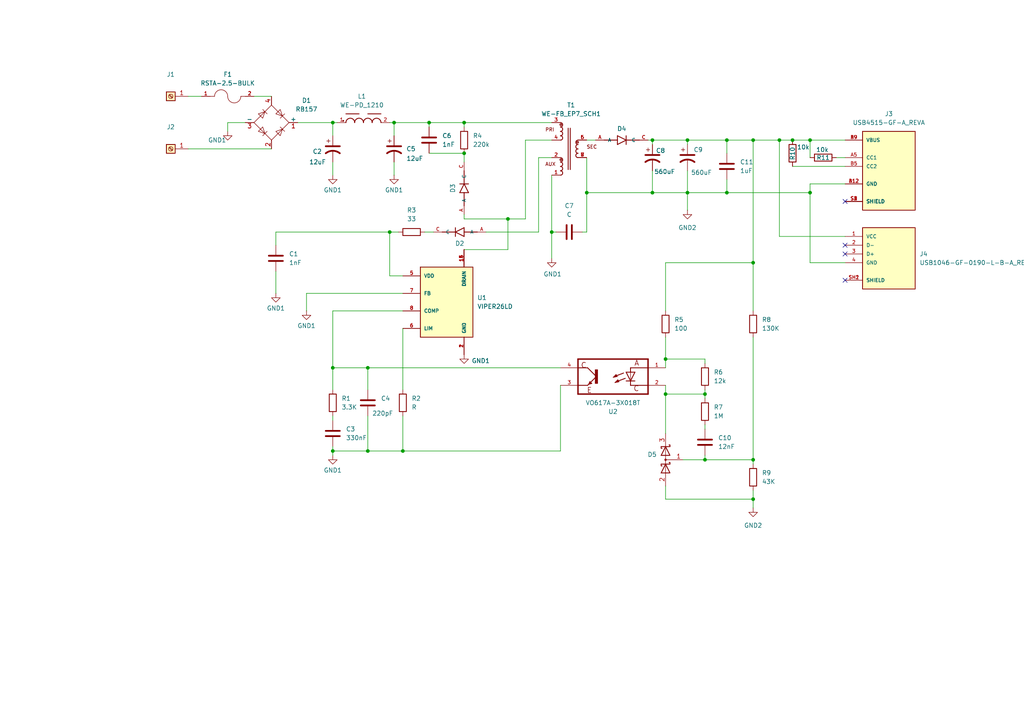
<source format=kicad_sch>
(kicad_sch (version 20250114) (generator "eeschema") (generator_version "9.0")
  (paper "A4")
  (lib_symbols
    (symbol "1N4148WSQ-7-F:1N4148WSQ-7-F" (pin_names (offset 1.016))
      (property "Reference" "D" (at -3.558 1.9061 0))
      (property "Value" "1N4148WSQ-7-F" (at -3.5656 -3.4383 0))
      (symbol "1N4148WSQ-7-F_0_0"
        (polyline (pts (xy -5.08 0) (xy -1.27 0)) (stroke (width 0.254)))
        (polyline (pts (xy -1.27 1.27) (xy -1.27 0)) (stroke (width 0.254)))
        (polyline (pts (xy -1.27 0) (xy -1.27 -1.27)) (stroke (width 0.254)))
        (polyline (pts (xy -1.27 -1.27) (xy 1.27 0)) (stroke (width 0.254)))
        (polyline (pts (xy 1.27 1.27) (xy 1.27 0)) (stroke (width 0.254)))
        (polyline (pts (xy 1.27 0) (xy -1.27 1.27)) (stroke (width 0.254)))
        (polyline (pts (xy 1.27 0) (xy 1.27 -1.27)) (stroke (width 0.254)))
        (polyline (pts (xy 1.27 0) (xy 5.08 0)) (stroke (width 0.254)))
        (pin passive line (at -7.62 0 0) (length 2.54) (name "A") (number "A"))
        (pin passive line (at 7.62 0 180) (length 2.54) (name "C") (number "C"))
      )
    )
    (symbol "Connector:Screw_Terminal_01x01" (pin_names (offset 1.016) (hide yes))
      (property "Reference" "J" (at 0 2.54 0))
      (property "Value" "Screw_Terminal_01x01" (at 0 -2.54 0))
      (symbol "Screw_Terminal_01x01_1_1"
        (rectangle (start -1.27 1.27) (end 1.27 -1.27) (stroke (width 0.254)) (fill (type background)))
        (polyline (pts (xy -0.5334 0.3302) (xy 0.3302 -0.508)) (stroke (width 0.1524)))
        (polyline (pts (xy -0.3556 0.508) (xy 0.508 -0.3302)) (stroke (width 0.1524)))
        (circle (center 0 0) (radius 0.635) (stroke (width 0.1524)))
        (pin passive line (at -5.08 0 0) (length 3.81) (name "Pin_1") (number "1"))
      )
    )
    (symbol "Device:C" (pin_numbers (hide yes)) (pin_names (offset 0.254))
      (property "Reference" "C" (at 0.635 2.54 0))
      (property "Value" "C" (at 0.635 -2.54 0))
      (symbol "C_0_1"
        (polyline (pts (xy -2.032 0.762) (xy 2.032 0.762)) (stroke (width 0.508)))
        (polyline (pts (xy -2.032 -0.762) (xy 2.032 -0.762)) (stroke (width 0.508)))
      )
      (symbol "C_1_1"
        (pin passive line (at 0 3.81 270) (length 2.794) (name "~") (number "1"))
        (pin passive line (at 0 -3.81 90) (length 2.794) (name "~") (number "2"))
      )
    )
    (symbol "Device:C_Polarized_US" (pin_numbers (hide yes)) (pin_names (offset 0.254) (hide yes))
      (property "Reference" "C" (at 0.635 2.54 0))
      (property "Value" "C_Polarized_US" (at 0.635 -2.54 0))
      (symbol "C_Polarized_US_0_1"
        (polyline (pts (xy -2.032 0.762) (xy 2.032 0.762)) (stroke (width 0.508)))
        (polyline (pts (xy -1.778 2.286) (xy -0.762 2.286)))
        (polyline (pts (xy -1.27 1.778) (xy -1.27 2.794)))
        (arc (start -2.032 -1.27) (mid 0 -0.5572) (end 2.032 -1.27) (stroke (width 0.508)))
      )
      (symbol "C_Polarized_US_1_1"
        (pin passive line (at 0 3.81 270) (length 2.794) (name "~") (number "1"))
        (pin passive line (at 0 -3.81 90) (length 3.302) (name "~") (number "2"))
      )
    )
    (symbol "Device:D_Schottky_Dual_Series_CAK" (pin_names (offset 0.762) (hide yes))
      (property "Reference" "D" (at 1.27 -2.54 0))
      (property "Value" "D_Schottky_Dual_Series_CAK" (at 0 2.54 0))
      (symbol "D_Schottky_Dual_Series_CAK_0_1"
        (polyline (pts (xy -3.81 1.27) (xy -1.27 0) (xy -3.81 -1.27) (xy -3.81 1.27) (xy -3.81 1.27) (xy -3.81 1.27)) (stroke (width 0.254)))
        (polyline (pts (xy -3.81 0) (xy 3.81 0)))
        (polyline (pts (xy -1.778 1.016) (xy -1.778 1.27) (xy -1.27 1.27) (xy -1.27 1.27) (xy -1.27 1.27)) (stroke (width 0.254)))
        (polyline (pts (xy -1.27 -1.27) (xy -1.27 1.27) (xy -1.27 1.27)) (stroke (width 0.254)))
        (polyline (pts (xy -1.27 -1.27) (xy -0.762 -1.27) (xy -0.762 -1.016) (xy -0.762 -1.016)) (stroke (width 0.254)))
        (polyline (pts (xy 0 0) (xy 0 -2.54)))
        (circle (center 0 0) (radius 0.254) (fill (type outline)))
        (polyline (pts (xy 1.27 1.27) (xy 3.81 0) (xy 1.27 -1.27) (xy 1.27 1.27) (xy 1.27 1.27) (xy 1.27 1.27)) (stroke (width 0.254)))
        (polyline (pts (xy 3.81 1.27) (xy 3.81 -1.27) (xy 3.81 -1.27)) (stroke (width 0.254)))
        (polyline (pts (xy 3.81 1.27) (xy 3.302 1.27) (xy 3.302 1.016) (xy 3.302 1.016)) (stroke (width 0.254)))
        (polyline (pts (xy 3.81 -1.27) (xy 4.318 -1.27) (xy 4.318 -1.016) (xy 4.318 -1.016)) (stroke (width 0.254)))
        (pin passive line (at -7.62 0 0) (length 3.81) (name "A") (number "2"))
        (pin passive line (at 0 -5.08 90) (length 2.54) (name "common") (number "1"))
        (pin passive line (at 7.62 0 180) (length 3.81) (name "K") (number "3"))
      )
    )
    (symbol "Device:R" (pin_numbers (hide yes)) (pin_names (offset 0))
      (property "Reference" "R" (at 2.032 0 90))
      (property "Value" "R" (at 0 0 90))
      (symbol "R_0_1"
        (rectangle (start -1.016 -2.54) (end 1.016 2.54) (stroke (width 0.254)))
      )
      (symbol "R_1_1"
        (pin passive line (at 0 3.81 270) (length 1.27) (name "~") (number "1"))
        (pin passive line (at 0 -3.81 90) (length 1.27) (name "~") (number "2"))
      )
    )
    (symbol "Diode_Bridge:RB157" (pin_names (offset 0))
      (property "Reference" "D" (at 2.54 6.985 0))
      (property "Value" "RB157" (at 2.54 5.08 0))
      (symbol "RB157_0_1"
        (polyline (pts (xy -5.08 0) (xy 0 -5.08) (xy 5.08 0) (xy 0 5.08) (xy -5.08 0)))
        (polyline (pts (xy -3.81 2.54) (xy -2.54 1.27) (xy -1.905 3.175) (xy -3.81 2.54)))
        (polyline (pts (xy -2.54 3.81) (xy -1.27 2.54)))
        (polyline (pts (xy -2.54 -1.27) (xy -3.81 -2.54) (xy -1.905 -3.175) (xy -2.54 -1.27)))
        (polyline (pts (xy -1.27 -2.54) (xy -2.54 -3.81)))
        (polyline (pts (xy 1.27 2.54) (xy 2.54 3.81) (xy 3.175 1.905) (xy 1.27 2.54)))
        (polyline (pts (xy 2.54 1.27) (xy 3.81 2.54)))
        (polyline (pts (xy 2.54 -1.27) (xy 3.81 -2.54)))
        (polyline (pts (xy 3.175 -1.905) (xy 1.27 -2.54) (xy 2.54 -3.81) (xy 3.175 -1.905)))
      )
      (symbol "RB157_1_1"
        (pin passive line (at -7.62 0 0) (length 2.54) (name "-") (number "3"))
        (pin passive line (at 0 7.62 270) (length 2.54) (name "~") (number "4"))
        (pin passive line (at 0 -7.62 90) (length 2.54) (name "~") (number "2"))
        (pin passive line (at 7.62 0 180) (length 2.54) (name "+") (number "1"))
      )
    )
    (symbol "RSTA-2.5-BULK:RSTA-2.5-BULK" (pin_names (offset 1.016))
      (property "Reference" "F" (at -5.08 2.54 0))
      (property "Value" "RSTA-2.5-BULK" (at -5.08 -3.81 0))
      (symbol "RSTA-2.5-BULK_0_0"
        (polyline (pts (xy -5.08 0) (xy -3.81 0)) (stroke (width 0.1524)))
        (arc (start -3.81 0) (mid -1.905 1.8967) (end 0 0) (stroke (width 0.1524)))
        (arc (start 3.81 0) (mid 1.905 -1.8967) (end 0 0) (stroke (width 0.1524)))
        (polyline (pts (xy 5.08 0) (xy 3.81 0)) (stroke (width 0.1524)))
        (pin passive line (at -7.62 0 0) (length 2.54) (name "~") (number "1"))
        (pin passive line (at 7.62 0 180) (length 2.54) (name "~") (number "2"))
      )
    )
    (symbol "USB1046-GF-0190-L-B-A_REVB4:USB1046-GF-0190-L-B-A_REVB4" (pin_names (offset 1.016))
      (property "Reference" "J" (at -7.62 8.382 0))
      (property "Value" "USB1046-GF-0190-L-B-A_REVB4" (at -7.62 -12.7 0))
      (symbol "USB1046-GF-0190-L-B-A_REVB4_0_0"
        (rectangle (start -7.62 -10.16) (end 7.62 7.62) (stroke (width 0.254)) (fill (type background)))
        (pin power_in line (at -12.7 5.08 0) (length 5.08) (name "VCC") (number "1"))
        (pin bidirectional line (at -12.7 2.54 0) (length 5.08) (name "D-") (number "2"))
        (pin bidirectional line (at -12.7 0 0) (length 5.08) (name "D+") (number "3"))
        (pin power_in line (at -12.7 -2.54 0) (length 5.08) (name "GND") (number "4"))
        (pin passive line (at -12.7 -7.62 0) (length 5.08) (name "SHIELD") (number "SH1"))
        (pin passive line (at -12.7 -7.62 0) (length 5.08) (name "SHIELD") (number "SH2"))
      )
    )
    (symbol "USB4515-GF-A_REVA:USB4515-GF-A_REVA" (pin_names (offset 1.016))
      (property "Reference" "J" (at -7.62 10.922 0))
      (property "Value" "USB4515-GF-A_REVA" (at -7.62 -13.462 0))
      (symbol "USB4515-GF-A_REVA_0_0"
        (rectangle (start -7.62 -12.7) (end 7.62 10.16) (stroke (width 0.254)) (fill (type background)))
        (pin power_in line (at 12.7 7.62 180) (length 5.08) (name "VBUS") (number "A9"))
        (pin power_in line (at 12.7 7.62 180) (length 5.08) (name "VBUS") (number "B9"))
        (pin passive line (at 12.7 2.54 180) (length 5.08) (name "CC1") (number "A5"))
        (pin passive line (at 12.7 0 180) (length 5.08) (name "CC2") (number "B5"))
        (pin power_in line (at 12.7 -5.08 180) (length 5.08) (name "GND") (number "A12"))
        (pin power_in line (at 12.7 -5.08 180) (length 5.08) (name "GND") (number "B12"))
        (pin power_in line (at 12.7 -10.16 180) (length 5.08) (name "SHIELD") (number "S1"))
        (pin power_in line (at 12.7 -10.16 180) (length 5.08) (name "SHIELD") (number "S2"))
        (pin power_in line (at 12.7 -10.16 180) (length 5.08) (name "SHIELD") (number "S3"))
        (pin power_in line (at 12.7 -10.16 180) (length 5.08) (name "SHIELD") (number "S4"))
      )
    )
    (symbol "VIPER26LD:VIPER26LD" (pin_names (offset 1.016))
      (property "Reference" "U" (at -7.62 10.16 0))
      (symbol "VIPER26LD_0_0"
        (rectangle (start -7.62 -10.16) (end 7.62 10.16) (stroke (width 0.254)) (fill (type background)))
        (pin bidirectional line (at -12.7 7.62 0) (length 5.08) (name "VDD") (number "5"))
        (pin bidirectional line (at -12.7 2.54 0) (length 5.08) (name "FB") (number "7"))
        (pin bidirectional line (at -12.7 -2.54 0) (length 5.08) (name "COMP") (number "8"))
        (pin bidirectional line (at -12.7 -7.62 0) (length 5.08) (name "LIM") (number "6"))
        (pin bidirectional line (at 5.08 15.24 270) (length 5.08) (name "DRAIN") (number "13"))
        (pin bidirectional line (at 5.08 15.24 270) (length 5.08) (name "DRAIN") (number "14"))
        (pin bidirectional line (at 5.08 15.24 270) (length 5.08) (name "DRAIN") (number "15"))
        (pin bidirectional line (at 5.08 15.24 270) (length 5.08) (name "DRAIN") (number "16"))
        (pin bidirectional line (at 5.08 -15.24 90) (length 5.08) (name "GND") (number "1"))
        (pin bidirectional line (at 5.08 -15.24 90) (length 5.08) (name "GND") (number "2"))
      )
    )
    (symbol "VO617A-3X018T:VO617A-3X018T" (pin_names (offset 1.016))
      (property "Reference" "U" (at -5.0833 5.5916 0))
      (property "Value" "VO617A-3X018T" (at -5.0883 -7.6325 0))
      (symbol "VO617A-3X018T_0_0"
        (polyline (pts (xy -10.16 5.08) (xy 10.16 5.08)) (stroke (width 0.4064)))
        (polyline (pts (xy -10.16 2.54) (xy -10.16 5.08)) (stroke (width 0.4064)))
        (polyline (pts (xy -10.16 2.54) (xy -5.08 2.54)) (stroke (width 0.254)))
        (polyline (pts (xy -10.16 -2.54) (xy -10.16 2.54)) (stroke (width 0.4064)))
        (polyline (pts (xy -10.16 -2.54) (xy -10.16 -5.08)) (stroke (width 0.4064)))
        (polyline (pts (xy -10.16 -5.08) (xy 10.16 -5.08)) (stroke (width 0.4064)))
        (polyline (pts (xy -5.08 1.27) (xy -6.35 1.27)) (stroke (width 0.254)))
        (polyline (pts (xy -5.08 1.27) (xy -5.08 2.54)) (stroke (width 0.254)))
        (polyline (pts (xy -5.08 1.27) (xy -5.08 -1.27)) (stroke (width 0.1524)))
        (polyline (pts (xy -5.08 -1.27) (xy -6.35 1.27)) (stroke (width 0.254)))
        (polyline (pts (xy -5.08 -1.27) (xy -6.35 -1.27)) (stroke (width 0.254)))
        (polyline (pts (xy -5.08 -1.27) (xy -5.08 -2.54)) (stroke (width 0.254)))
        (polyline (pts (xy -5.08 -2.54) (xy -10.16 -2.54)) (stroke (width 0.254)))
        (polyline (pts (xy -3.81 1.27) (xy -5.08 1.27)) (stroke (width 0.254)))
        (polyline (pts (xy -3.81 1.27) (xy -5.08 -1.27)) (stroke (width 0.254)))
        (polyline (pts (xy -3.81 -1.27) (xy -5.08 -1.27)) (stroke (width 0.254)))
        (polyline (pts (xy -3.556 -0.508) (xy -1.524 -1.27)) (stroke (width 0.254)))
        (polyline (pts (xy -3.048 1.016) (xy -1.016 0.254)) (stroke (width 0.254)))
        (polyline (pts (xy -1.397 -0.889) (xy -0.508 -1.778) (xy -1.778 -1.524) (xy -1.397 -0.889)) (stroke (width 0.1524)) (fill (type outline)))
        (polyline (pts (xy -0.889 0.635) (xy 0 -0.254) (xy -1.27 0) (xy -0.889 0.635)) (stroke (width 0.1524)) (fill (type outline)))
        (rectangle (start 4.4458 -2.0324) (end 5.207 2.032) (stroke (width 0.1)) (fill (type outline)))
        (polyline (pts (xy 4.826 0) (xy 7.366 2.54)) (stroke (width 0.254)))
        (polyline (pts (xy 4.826 0) (xy 7.366 -2.54)) (stroke (width 0.254)))
        (polyline (pts (xy 6.731 -1.397) (xy 6.096 -2.032) (xy 7.112 -2.286) (xy 6.731 -1.397)) (stroke (width 0.1524)) (fill (type outline)))
        (polyline (pts (xy 7.366 -2.54) (xy 10.16 -2.54)) (stroke (width 0.254)))
        (polyline (pts (xy 9.906 2.54) (xy 7.366 2.54)) (stroke (width 0.254)))
        (polyline (pts (xy 10.16 -2.54) (xy 10.16 5.08)) (stroke (width 0.4064)))
        (polyline (pts (xy 10.16 -5.08) (xy 10.16 -2.54)) (stroke (width 0.4064)))
        (text "A" (at -7.6325 3.053 0) (effects (font (size 1.5265 1.5265)) (justify left bottom)))
        (text "C" (at -7.6257 -4.3212 0) (effects (font (size 1.5251 1.5251)) (justify left bottom)))
        (text "C" (at 7.6313 3.3069 0) (effects (font (size 1.5263 1.5263)) (justify left)))
        (text "E" (at 7.6319 -3.0528 0) (effects (font (size 1.5264 1.5264)) (justify right top)))
        (pin passive line (at -15.24 2.54 0) (length 5.08) (name "~") (number "1"))
        (pin passive line (at -15.24 -2.54 0) (length 5.08) (name "~") (number "2"))
        (pin passive line (at 15.24 2.54 180) (length 5.08) (name "~") (number "4"))
        (pin passive line (at 15.24 -2.54 180) (length 5.08) (name "~") (number "3"))
      )
    )
    (symbol "WE-FB_EP7_SCH1:WE-FB_EP7_SCH1" (pin_names (offset 1.016))
      (property "Reference" "T" (at 0.03 8.19 0))
      (property "Value" "WE-FB_EP7_SCH1" (at -3.17 -9.26 0))
      (symbol "WE-FB_EP7_SCH1_0_0"
        (arc (start -2.54 7.62) (mid -1.9077 6.985) (end -2.54 6.35) (stroke (width 0.254)))
        (arc (start -2.54 6.35) (mid -1.9077 5.715) (end -2.54 5.08) (stroke (width 0.254)))
        (arc (start -2.54 5.08) (mid -1.9077 4.445) (end -2.54 3.81) (stroke (width 0.254)))
        (arc (start -2.54 3.81) (mid -1.9077 3.175) (end -2.54 2.54) (stroke (width 0.254)))
        (arc (start -2.54 -2.54) (mid -1.9077 -3.175) (end -2.54 -3.81) (stroke (width 0.254)))
        (arc (start -2.54 -3.81) (mid -1.9077 -4.445) (end -2.54 -5.08) (stroke (width 0.254)))
        (arc (start -2.54 -5.08) (mid -1.9077 -5.715) (end -2.54 -6.35) (stroke (width 0.254)))
        (arc (start -2.54 -6.35) (mid -1.9077 -6.985) (end -2.54 -7.62) (stroke (width 0.254)))
        (circle (center -2.4575 7.0263) (radius 0.12) (stroke (width 0.254)))
        (circle (center -2.44 -3.1438) (radius 0.12) (stroke (width 0.254)))
        (polyline (pts (xy -0.3 -6) (xy -0.3 6)) (stroke (width 0.254)))
        (polyline (pts (xy 0.3 -6) (xy 0.3 6)) (stroke (width 0.254)))
        (circle (center 2.44 1.9363) (radius 0.12) (stroke (width 0.254)))
        (arc (start 2.54 1.27) (mid 1.9077 1.905) (end 2.54 2.54) (stroke (width 0.254)))
        (arc (start 2.54 0) (mid 1.9077 0.635) (end 2.54 1.27) (stroke (width 0.254)))
        (arc (start 2.54 -1.27) (mid 1.9077 -0.635) (end 2.54 0) (stroke (width 0.254)))
        (arc (start 2.54 -2.54) (mid 1.9077 -1.905) (end 2.54 -1.27) (stroke (width 0.254)))
        (text "PRI" (at -7 5 0) (effects (font (size 1.016 1.016)) (justify left bottom)))
        (text "AUX" (at -7 -5 0) (effects (font (size 1.016 1.016)) (justify left bottom)))
        (text "SEC" (at 5 0 0) (effects (font (size 1.016 1.016)) (justify left bottom)))
        (pin passive line (at -5.08 7.62 0) (length 2.54) (name "~") (number "3"))
        (pin passive line (at -5.08 2.54 0) (length 2.54) (name "~") (number "4"))
        (pin passive line (at -5.08 -2.54 0) (length 2.54) (name "~") (number "2"))
        (pin passive line (at -5.08 -7.62 0) (length 2.54) (name "~") (number "1"))
        (pin passive line (at 5.08 2.54 180) (length 2.54) (name "~") (number "5"))
        (pin passive line (at 5.08 2.54 180) (length 2.54) (name "~") (number "6"))
        (pin passive line (at 5.08 -2.54 180) (length 2.54) (name "~") (number "7"))
        (pin passive line (at 5.08 -2.54 180) (length 2.54) (name "~") (number "8"))
      )
    )
    (symbol "WE-PD_1210:WE-PD_1210" (pin_names (offset 1.016))
      (property "Reference" "L" (at 0 3.81 0))
      (property "Value" "WE-PD_1210" (at 0 -2.54 0))
      (symbol "WE-PD_1210_0_0"
        (circle (center -5.842 0.508) (radius 0.127) (stroke (width 0.254)))
        (arc (start -5.08 0) (mid -3.81 1.2645) (end -2.54 0) (stroke (width 0.254)))
        (polyline (pts (xy -1.27 2.54) (xy -5.08 2.54)) (stroke (width 0.254)))
        (arc (start -2.54 0) (mid -1.27 1.2645) (end 0 0) (stroke (width 0.254)))
        (arc (start 0 0) (mid 1.27 1.2645) (end 2.54 0) (stroke (width 0.254)))
        (arc (start 2.54 0) (mid 3.81 1.2645) (end 5.08 0) (stroke (width 0.254)))
        (polyline (pts (xy 5.08 2.54) (xy 1.27 2.54)) (stroke (width 0.254)))
        (pin passive line (at -7.62 0 0) (length 2.54) (name "~") (number "1"))
        (pin passive line (at 7.62 0 180) (length 2.54) (name "~") (number "2"))
      )
    )
    (symbol "power:GND1" (power) (pin_numbers (hide yes)) (pin_names (offset 0) (hide yes))
      (property "Value" "GND1" (at 0 -3.81 0))
      (symbol "GND1_0_1"
        (polyline (pts (xy 0 0) (xy 0 -1.27) (xy 1.27 -1.27) (xy 0 -2.54) (xy -1.27 -1.27) (xy 0 -1.27)))
      )
      (symbol "GND1_1_1"
        (pin power_in line (at 0 0 270) (length 0) (name "~") (number "1"))
      )
    )
    (symbol "power:GND2" (power) (pin_numbers (hide yes)) (pin_names (offset 0) (hide yes))
      (property "Value" "GND2" (at 0 -3.81 0))
      (symbol "GND2_0_1"
        (polyline (pts (xy 0 0) (xy 0 -1.27) (xy 1.27 -1.27) (xy 0 -2.54) (xy -1.27 -1.27) (xy 0 -1.27)))
      )
      (symbol "GND2_1_1"
        (pin power_in line (at 0 0 270) (length 0) (name "~") (number "1"))
      )
    )
  )
  (junction (at 96.52 106.68))
  (junction (at 234.95 55.88))
  (junction (at 106.68 106.68))
  (junction (at 189.23 40.64))
  (junction (at 218.44 76.2))
  (junction (at 218.44 144.78))
  (junction (at 210.82 55.88))
  (junction (at 106.68 130.81))
  (junction (at 226.06 40.64))
  (junction (at 170.18 55.88))
  (junction (at 134.62 44.45))
  (junction (at 229.87 40.64))
  (junction (at 96.52 130.81))
  (junction (at 199.39 55.88))
  (junction (at 189.23 55.88))
  (junction (at 116.84 130.81))
  (junction (at 210.82 40.64))
  (junction (at 234.95 40.64))
  (junction (at 160.02 67.31))
  (junction (at 204.47 133.35))
  (junction (at 193.04 114.3))
  (junction (at 218.44 40.64))
  (junction (at 193.04 104.14))
  (junction (at 96.52 35.56))
  (junction (at 199.39 40.64))
  (junction (at 147.32 63.5))
  (junction (at 113.03 67.31))
  (junction (at 218.44 133.35))
  (junction (at 124.46 35.56))
  (junction (at 204.47 114.3))
  (junction (at 114.3 35.56))
  (junction (at 134.62 35.56))
  (no_connect (at 245.11 58.42))
  (no_connect (at 245.11 81.28))
  (no_connect (at 245.11 73.66))
  (no_connect (at 245.11 71.12))
  (wire (pts (xy 193.04 140.97) (xy 193.04 144.78)))
  (wire (pts (xy 168.91 67.31) (xy 170.18 67.31)))
  (wire (pts (xy 199.39 40.64) (xy 210.82 40.64)))
  (wire (pts (xy 147.32 72.39) (xy 134.62 72.39)))
  (wire (pts (xy 204.47 123.19) (xy 204.47 124.46)))
  (wire (pts (xy 226.06 40.64) (xy 226.06 68.58)))
  (wire (pts (xy 106.68 106.68) (xy 106.68 113.03)))
  (wire (pts (xy 88.9 85.09) (xy 116.84 85.09)))
  (wire (pts (xy 218.44 97.79) (xy 218.44 133.35)))
  (wire (pts (xy 229.87 40.64) (xy 234.95 40.64)))
  (wire (pts (xy 189.23 49.53) (xy 189.23 55.88)))
  (wire (pts (xy 193.04 144.78) (xy 218.44 144.78)))
  (wire (pts (xy 96.52 120.65) (xy 96.52 121.92)))
  (wire (pts (xy 218.44 142.24) (xy 218.44 144.78)))
  (wire (pts (xy 162.56 111.76) (xy 162.56 130.81)))
  (wire (pts (xy 96.52 90.17) (xy 116.84 90.17)))
  (wire (pts (xy 124.46 44.45) (xy 134.62 44.45)))
  (wire (pts (xy 234.95 55.88) (xy 234.95 53.34)))
  (wire (pts (xy 193.04 104.14) (xy 193.04 106.68)))
  (wire (pts (xy 204.47 114.3) (xy 193.04 114.3)))
  (wire (pts (xy 96.52 132.08) (xy 96.52 130.81)))
  (wire (pts (xy 193.04 97.79) (xy 193.04 104.14)))
  (wire (pts (xy 106.68 106.68) (xy 162.56 106.68)))
  (wire (pts (xy 116.84 95.25) (xy 116.84 113.03)))
  (wire (pts (xy 170.18 40.64) (xy 172.72 40.64)))
  (wire (pts (xy 193.04 114.3) (xy 193.04 125.73)))
  (wire (pts (xy 204.47 104.14) (xy 204.47 105.41)))
  (wire (pts (xy 204.47 133.35) (xy 204.47 132.08)))
  (wire (pts (xy 147.32 63.5) (xy 147.32 72.39)))
  (wire (pts (xy 226.06 68.58) (xy 245.11 68.58)))
  (wire (pts (xy 204.47 115.57) (xy 204.47 114.3)))
  (wire (pts (xy 160.02 40.64) (xy 152.4 40.64)))
  (wire (pts (xy 160.02 50.8) (xy 160.02 67.31)))
  (wire (pts (xy 86.36 35.56) (xy 96.52 35.56)))
  (wire (pts (xy 210.82 40.64) (xy 218.44 40.64)))
  (wire (pts (xy 66.04 35.56) (xy 71.12 35.56)))
  (wire (pts (xy 106.68 120.65) (xy 106.68 130.81)))
  (wire (pts (xy 113.03 80.01) (xy 116.84 80.01)))
  (wire (pts (xy 96.52 46.99) (xy 96.52 50.8)))
  (wire (pts (xy 124.46 35.56) (xy 124.46 36.83)))
  (wire (pts (xy 147.32 63.5) (xy 134.62 63.5)))
  (wire (pts (xy 226.06 40.64) (xy 229.87 40.64)))
  (wire (pts (xy 170.18 67.31) (xy 170.18 55.88)))
  (wire (pts (xy 199.39 55.88) (xy 199.39 60.96)))
  (wire (pts (xy 218.44 134.62) (xy 218.44 133.35)))
  (wire (pts (xy 114.3 35.56) (xy 124.46 35.56)))
  (wire (pts (xy 234.95 53.34) (xy 245.11 53.34)))
  (wire (pts (xy 198.12 133.35) (xy 204.47 133.35)))
  (wire (pts (xy 54.61 27.94) (xy 58.42 27.94)))
  (wire (pts (xy 199.39 55.88) (xy 189.23 55.88)))
  (wire (pts (xy 96.52 129.54) (xy 96.52 130.81)))
  (wire (pts (xy 189.23 55.88) (xy 170.18 55.88)))
  (wire (pts (xy 218.44 40.64) (xy 218.44 76.2)))
  (wire (pts (xy 88.9 90.17) (xy 88.9 85.09)))
  (wire (pts (xy 218.44 40.64) (xy 226.06 40.64)))
  (wire (pts (xy 134.62 63.5) (xy 134.62 62.23)))
  (wire (pts (xy 234.95 76.2) (xy 234.95 55.88)))
  (wire (pts (xy 54.61 43.18) (xy 78.74 43.18)))
  (wire (pts (xy 189.23 40.64) (xy 199.39 40.64)))
  (wire (pts (xy 156.21 67.31) (xy 156.21 45.72)))
  (wire (pts (xy 210.82 40.64) (xy 210.82 44.45)))
  (wire (pts (xy 114.3 35.56) (xy 114.3 39.37)))
  (wire (pts (xy 152.4 40.64) (xy 152.4 63.5)))
  (wire (pts (xy 218.44 144.78) (xy 218.44 147.32)))
  (wire (pts (xy 115.57 67.31) (xy 113.03 67.31)))
  (wire (pts (xy 152.4 63.5) (xy 147.32 63.5)))
  (wire (pts (xy 199.39 55.88) (xy 210.82 55.88)))
  (wire (pts (xy 114.3 46.99) (xy 114.3 50.8)))
  (wire (pts (xy 229.87 48.26) (xy 245.11 48.26)))
  (wire (pts (xy 113.03 67.31) (xy 113.03 80.01)))
  (wire (pts (xy 116.84 130.81) (xy 106.68 130.81)))
  (wire (pts (xy 245.11 76.2) (xy 234.95 76.2)))
  (wire (pts (xy 218.44 76.2) (xy 218.44 90.17)))
  (wire (pts (xy 187.96 40.64) (xy 189.23 40.64)))
  (wire (pts (xy 204.47 113.03) (xy 204.47 114.3)))
  (wire (pts (xy 123.19 67.31) (xy 125.73 67.31)))
  (wire (pts (xy 160.02 67.31) (xy 160.02 74.93)))
  (wire (pts (xy 113.03 35.56) (xy 114.3 35.56)))
  (wire (pts (xy 116.84 120.65) (xy 116.84 130.81)))
  (wire (pts (xy 134.62 35.56) (xy 160.02 35.56)))
  (wire (pts (xy 162.56 130.81) (xy 116.84 130.81)))
  (wire (pts (xy 134.62 46.99) (xy 134.62 44.45)))
  (wire (pts (xy 106.68 130.81) (xy 96.52 130.81)))
  (wire (pts (xy 204.47 133.35) (xy 218.44 133.35)))
  (wire (pts (xy 96.52 35.56) (xy 96.52 39.37)))
  (wire (pts (xy 66.04 38.1) (xy 66.04 35.56)))
  (wire (pts (xy 80.01 78.74) (xy 80.01 85.09)))
  (wire (pts (xy 73.66 27.94) (xy 78.74 27.94)))
  (wire (pts (xy 199.39 40.64) (xy 199.39 41.91)))
  (wire (pts (xy 124.46 35.56) (xy 134.62 35.56)))
  (wire (pts (xy 134.62 35.56) (xy 134.62 36.83)))
  (wire (pts (xy 210.82 55.88) (xy 234.95 55.88)))
  (wire (pts (xy 170.18 55.88) (xy 170.18 45.72)))
  (wire (pts (xy 199.39 49.53) (xy 199.39 55.88)))
  (wire (pts (xy 156.21 45.72) (xy 160.02 45.72)))
  (wire (pts (xy 193.04 104.14) (xy 204.47 104.14)))
  (wire (pts (xy 96.52 106.68) (xy 96.52 113.03)))
  (wire (pts (xy 189.23 40.64) (xy 189.23 41.91)))
  (wire (pts (xy 160.02 67.31) (xy 161.29 67.31)))
  (wire (pts (xy 210.82 52.07) (xy 210.82 55.88)))
  (wire (pts (xy 80.01 67.31) (xy 113.03 67.31)))
  (wire (pts (xy 96.52 35.56) (xy 97.79 35.56)))
  (wire (pts (xy 193.04 90.17) (xy 193.04 76.2)))
  (wire (pts (xy 234.95 40.64) (xy 245.11 40.64)))
  (wire (pts (xy 80.01 71.12) (xy 80.01 67.31)))
  (wire (pts (xy 96.52 106.68) (xy 106.68 106.68)))
  (wire (pts (xy 193.04 76.2) (xy 218.44 76.2)))
  (wire (pts (xy 140.97 67.31) (xy 156.21 67.31)))
  (wire (pts (xy 96.52 90.17) (xy 96.52 106.68)))
  (wire (pts (xy 193.04 114.3) (xy 193.04 111.76)))
  (wire (pts (xy 234.95 40.64) (xy 234.95 45.72)))
  (wire (pts (xy 242.57 45.72) (xy 245.11 45.72)))
  (symbol (lib_id "power:GND2") (at 199.39 60.96 0) (unit 1)
    (property "Reference" "#PWR09" (effects (hide yes)))
    (property "Value" "GND2" (at 199.39 66.04 0))
    (property "Description" "Power symbol creates a global label with name \"GND2\" , ground" (effects (hide yes)))
  )
  (symbol (lib_id "RSTA-2.5-BULK:RSTA-2.5-BULK") (at 66.04 27.94 0) (unit 1)
    (property "Reference" "F1" (at 66.04 21.59 0))
    (property "Value" "RSTA-2.5-BULK" (at 66.04 24.13 0))
    (property "Footprint" "RSTA-2.5-BULK:FUSE_RST-1-BULK" (effects (hide yes)))
    (property "MF" "Bel Fuse" (effects (hide yes)))
    (property "MAXIMUM_PACKAGE_HEIGHT" "7.9mm" (effects (hide yes)))
    (property "Package" "Radial Box  Bel Fuse" (effects (hide yes)))
    (property "Price" "None" (effects (hide yes)))
    (property "Check_prices" "https://www.snapeda.com/parts/RSTA%202.5%20BULK/Bel+Circuit+Protection/view-part/?ref=eda" (effects (hide yes)))
    (property "STANDARD" "Manufacturer Recommendations" (effects (hide yes)))
    (property "PARTREV" "Jan2019" (effects (hide yes)))
    (property "SnapEDA_Link" "https://www.snapeda.com/parts/RSTA%202.5%20BULK/Bel+Circuit+Protection/view-part/?ref=snap" (effects (hide yes)))
    (property "MP" "RSTA 2.5 BULK" (effects (hide yes)))
    (property "Description_1" "2.5 A 250 V AC 63 V DC Fuse Board Mount (Cartridge Style Excluded) Through Hole Radial, Box" (effects (hide yes)))
    (property "Availability" "In Stock" (effects (hide yes)))
    (property "MANUFACTURER" "BELFUSE" (effects (hide yes)))
  )
  (symbol (lib_id "Device:C_Polarized_US") (at 199.39 45.72 0) (unit 1)
    (property "Reference" "C9" (at 201.168 43.434 0) (effects (justify left)))
    (property "Value" "560uF" (at 200.406 50.038 0) (effects (justify left)))
    (property "Footprint" "Capacitor_THT:CP_Radial_D10.0mm_P7.50mm" (effects (hide yes)))
    (property "Description" "Polarized capacitor, US symbol" (effects (hide yes)))
  )
  (symbol (lib_id "power:GND1") (at 160.02 74.93 0) (unit 1)
    (property "Reference" "#PWR08" (effects (hide yes)))
    (property "Value" "GND1" (at 160.274 79.502 0))
    (property "Description" "Power symbol creates a global label with name \"GND1\" , ground" (effects (hide yes)))
  )
  (symbol (lib_id "VO617A-3X018T:VO617A-3X018T") (at 177.8 109.22 0) (mirror y) (unit 1)
    (property "Reference" "U2" (at 177.8 119.38 0))
    (property "Value" "VO617A-3X018T" (at 177.8 116.84 0))
    (property "Footprint" "VO617A-3X018T:SOIC254P1210X390-4N" (effects (hide yes)))
    (property "MF" "Vishay" (effects (hide yes)))
    (property "Description_1" "Optocoupler, Phototransistor Output, High Reliability, 5300 VRMS" (effects (hide yes)))
    (property "Package" "SMD-4 Vishay" (effects (hide yes)))
    (property "Price" "None" (effects (hide yes)))
    (property "Check_prices" "https://www.snapeda.com/parts/VO617A-3X018T/Vishay/view-part/?ref=eda" (effects (hide yes)))
    (property "SnapEDA_Link" "https://www.snapeda.com/parts/VO617A-3X018T/Vishay/view-part/?ref=snap" (effects (hide yes)))
    (property "MP" "VO617A-3X018T" (effects (hide yes)))
    (property "Availability" "In Stock" (effects (hide yes)))
    (property "MANUFACTURER" "VISHAY" (effects (hide yes)))
  )
  (symbol (lib_id "Device:C_Polarized_US") (at 189.23 45.72 0) (unit 1)
    (property "Reference" "C8" (at 190.246 43.688 0) (effects (justify left)))
    (property "Value" "560uF" (at 189.738 49.784 0) (effects (justify left)))
    (property "Footprint" "Capacitor_THT:CP_Radial_D10.0mm_P7.50mm" (effects (hide yes)))
    (property "Description" "Polarized capacitor, US symbol" (effects (hide yes)))
  )
  (symbol (lib_id "Device:R") (at 218.44 138.43 0) (unit 1)
    (property "Reference" "R9" (at 220.98 137.1599 0) (effects (justify left)))
    (property "Value" "43K" (at 220.98 139.6999 0) (effects (justify left)))
    (property "Footprint" "Resistor_SMD:R_1210_3225Metric_Pad1.30x2.65mm_HandSolder" (effects (hide yes)))
    (property "Description" "Resistor" (effects (hide yes)))
  )
  (symbol (lib_id "Device:C") (at 96.52 125.73 0) (unit 1)
    (property "Reference" "C3" (at 100.33 124.4599 0) (effects (justify left)))
    (property "Value" "330nF" (at 100.33 126.9999 0) (effects (justify left)))
    (property "Footprint" "Capacitor_SMD:C_1210_3225Metric_Pad1.33x2.70mm_HandSolder" (effects (hide yes)))
    (property "Description" "Unpolarized capacitor" (effects (hide yes)))
  )
  (symbol (lib_id "Device:R") (at 193.04 93.98 0) (unit 1)
    (property "Reference" "R5" (at 195.58 92.7099 0) (effects (justify left)))
    (property "Value" "100" (at 195.58 95.2499 0) (effects (justify left)))
    (property "Footprint" "Resistor_SMD:R_1210_3225Metric_Pad1.30x2.65mm_HandSolder" (effects (hide yes)))
    (property "Description" "Resistor" (effects (hide yes)))
  )
  (symbol (lib_id "USB4515-GF-A_REVA:USB4515-GF-A_REVA") (at 257.81 48.26 0) (mirror y) (unit 1)
    (property "Reference" "J3" (at 257.81 33.02 0))
    (property "Value" "USB4515-GF-A_REVA" (at 257.81 35.56 0))
    (property "Footprint" "USB4515-GF-A_REVA:GCT_USB4515-GF-A_REVA" (effects (hide yes)))
    (property "MF" "Global Connector Technology" (effects (hide yes)))
    (property "MAXIMUM_PACKAGE_HEIGHT" "3.16 mm" (effects (hide yes)))
    (property "Package" "None" (effects (hide yes)))
    (property "Price" "None" (effects (hide yes)))
    (property "Check_prices" "https://www.snapeda.com/parts/USB4515-GF-A/Global+Connector+Technology/view-part/?ref=eda" (effects (hide yes)))
    (property "STANDARD" "Manufacturer Recommendations" (effects (hide yes)))
    (property "PARTREV" "A" (effects (hide yes)))
    (property "SnapEDA_Link" "https://www.snapeda.com/parts/USB4515-GF-A/Global+Connector+Technology/view-part/?ref=snap" (effects (hide yes)))
    (property "MP" "USB4515-GF-A" (effects (hide yes)))
    (property "Description_1" "Type C USB Charging Connector" (effects (hide yes)))
    (property "Availability" "In Stock" (effects (hide yes)))
    (property "MANUFACTURER" "GCT" (effects (hide yes)))
  )
  (symbol (lib_id "Device:D_Schottky_Dual_Series_CAK") (at 193.04 133.35 90) (unit 1)
    (property "Reference" "D5" (at 190.5 131.8259 90) (effects (justify left)))
    (property "Value" "D_Schottky_Dual_Series_CAK" (effects (hide yes)))
    (property "Footprint" "Diode_SMD:Littelfuse_PolyZen-LS" (effects (hide yes)))
    (property "Description" "Dual Schottky diode, center/anode/cathode" (effects (hide yes)))
  )
  (symbol (lib_id "Device:C") (at 80.01 74.93 0) (unit 1)
    (property "Reference" "C1" (at 83.82 73.6599 0) (effects (justify left)))
    (property "Value" "1nF" (at 83.82 76.1999 0) (effects (justify left)))
    (property "Footprint" "Capacitor_SMD:C_1210_3225Metric_Pad1.33x2.70mm_HandSolder" (effects (hide yes)))
    (property "Description" "Unpolarized capacitor" (effects (hide yes)))
  )
  (symbol (lib_id "Device:R") (at 204.47 109.22 0) (unit 1)
    (property "Reference" "R6" (at 207.01 107.9499 0) (effects (justify left)))
    (property "Value" "12k" (at 207.01 110.4899 0) (effects (justify left)))
    (property "Footprint" "Resistor_SMD:R_1210_3225Metric_Pad1.30x2.65mm_HandSolder" (effects (hide yes)))
    (property "Description" "Resistor" (effects (hide yes)))
  )
  (symbol (lib_id "WE-FB_EP7_SCH1:WE-FB_EP7_SCH1") (at 165.1 43.18 0) (unit 1)
    (property "Reference" "T1" (at 165.6403 30.48 0))
    (property "Value" "WE-FB_EP7_SCH1" (at 165.6403 33.02 0))
    (property "Footprint" "WE-FB_EP7_SCH1:WE-FB_EP7_P11.68" (effects (hide yes)))
    (property "MF" "Würth Elektronik" (effects (hide yes)))
    (property "Description_1" "Flyback Converters For For DC/DC Converters SMPS Transformer 1500Vrms Isolation  Surface Mount" (effects (hide yes)))
    (property "Package" "None" (effects (hide yes)))
    (property "Price" "None" (effects (hide yes)))
    (property "SnapEDA_Link" "https://www.snapeda.com/parts/750370058/W%25C3%25BCrth+Elektronik+Midcom/view-part/?ref=snap" (effects (hide yes)))
    (property "MP" "750370058" (effects (hide yes)))
    (property "Availability" "In Stock" (effects (hide yes)))
    (property "Check_prices" "https://www.snapeda.com/parts/750370058/W%25C3%25BCrth+Elektronik+Midcom/view-part/?ref=eda" (effects (hide yes)))
  )
  (symbol (lib_id "Device:C_Polarized_US") (at 114.3 43.18 0) (unit 1)
    (property "Reference" "C5" (at 117.856 43.18 0) (effects (justify left)))
    (property "Value" "12uF" (at 117.856 45.974 0) (effects (justify left)))
    (property "Footprint" "Capacitor_THT:CP_Radial_D10.0mm_P7.50mm" (effects (hide yes)))
    (property "Description" "Polarized capacitor, US symbol" (effects (hide yes)))
  )
  (symbol (lib_id "WE-PD_1210:WE-PD_1210") (at 105.41 35.56 0) (unit 1)
    (property "Reference" "L1" (at 104.9655 27.94 0))
    (property "Value" "WE-PD_1210" (at 104.9655 30.48 0))
    (property "Footprint" "WE-PD_1210:WE-PD_1210" (effects (hide yes)))
    (property "MF" "Würth Elektronik" (effects (hide yes)))
    (property "Description_1" "High Current Inductor, Fixed, 1210, 470 uH, 1.4 A, .56 Ohm, WE-PD Series | Wurth Electronics 7447709471" (effects (hide yes)))
    (property "Package" "Nonstandard Würth Elektronik" (effects (hide yes)))
    (property "Price" "None" (effects (hide yes)))
    (property "SnapEDA_Link" "https://www.snapeda.com/parts/7447709471/W%25C3%25BCrth+Elektronik+Midcom/view-part/?ref=snap" (effects (hide yes)))
    (property "MP" "7447709471" (effects (hide yes)))
    (property "Availability" "In Stock" (effects (hide yes)))
    (property "Check_prices" "https://www.snapeda.com/parts/7447709471/W%25C3%25BCrth+Elektronik+Midcom/view-part/?ref=eda" (effects (hide yes)))
  )
  (symbol (lib_id "1N4148WSQ-7-F:1N4148WSQ-7-F") (at 133.35 67.31 180) (unit 1)
    (property "Reference" "D2" (at 133.35 70.612 0))
    (property "Value" "1N4148WSQ-7-F" (effects (hide yes)))
    (property "Footprint" "1N4148WSQ-7-F:SOD2513X120N" (effects (hide yes)))
    (property "MF" "Diodes Inc." (effects (hide yes)))
    (property "Description_1" "Diode Standard 75 V 150mA Surface Mount SOD-323" (effects (hide yes)))
    (property "Package" "SOD-323 Diodes Inc." (effects (hide yes)))
    (property "Price" "None" (effects (hide yes)))
    (property "Check_prices" "https://www.snapeda.com/parts/1N4148WSQ-7-F/Diodes+Inc./view-part/?ref=eda" (effects (hide yes)))
    (property "SnapEDA_Link" "https://www.snapeda.com/parts/1N4148WSQ-7-F/Diodes+Inc./view-part/?ref=snap" (effects (hide yes)))
    (property "MP" "1N4148WSQ-7-F" (effects (hide yes)))
    (property "Availability" "In Stock" (effects (hide yes)))
    (property "MANUFACTURER" "Diodes Inc." (effects (hide yes)))
  )
  (symbol (lib_id "Device:C") (at 124.46 40.64 0) (unit 1)
    (property "Reference" "C6" (at 128.27 39.3699 0) (effects (justify left)))
    (property "Value" "1nF" (at 128.27 41.9099 0) (effects (justify left)))
    (property "Footprint" "Capacitor_SMD:C_1210_3225Metric_Pad1.33x2.70mm_HandSolder" (effects (hide yes)))
    (property "Description" "Unpolarized capacitor" (effects (hide yes)))
  )
  (symbol (lib_id "Device:R") (at 238.76 45.72 90) (unit 1)
    (property "Reference" "R11" (at 238.76 45.72 90))
    (property "Value" "10k" (at 238.506 43.434 90))
    (property "Footprint" "Resistor_SMD:R_1210_3225Metric_Pad1.30x2.65mm_HandSolder" (effects (hide yes)))
    (property "Description" "Resistor" (effects (hide yes)))
  )
  (symbol (lib_id "USB1046-GF-0190-L-B-A_REVB4:USB1046-GF-0190-L-B-A_REVB4") (at 257.81 73.66 0) (unit 1)
    (property "Reference" "J4" (at 266.7 73.6599 0) (effects (justify left)))
    (property "Value" "USB1046-GF-0190-L-B-A_REVB4" (at 266.7 76.1999 0) (effects (justify left)))
    (property "Footprint" "USB1046-GF-0190-L-B-A_REVB4:GCT_USB1046-GF-0190-L-B-A_REVB4" (effects (hide yes)))
    (property "MF" "Global Connector Technology" (effects (hide yes)))
    (property "MAXIMUM_PACKAGE_HEIGHT" "7.65mm" (effects (hide yes)))
    (property "Package" "None" (effects (hide yes)))
    (property "Price" "None" (effects (hide yes)))
    (property "Check_prices" "https://www.snapeda.com/parts/USB1046-GF-0190-L-B-A/Global+Connector+Technology/view-part/?ref=eda" (effects (hide yes)))
    (property "STANDARD" "Manufacturer Recommendations" (effects (hide yes)))
    (property "PARTREV" "B4" (effects (hide yes)))
    (property "SnapEDA_Link" "https://www.snapeda.com/parts/USB1046-GF-0190-L-B-A/Global+Connector+Technology/view-part/?ref=snap" (effects (hide yes)))
    (property "MP" "USB1046-GF-0190-L-B-A" (effects (hide yes)))
    (property "Description_1" "USB-A (USB TYPE-A) USB 2.0 Receptacle Connector 4 Position Surface Mount, Through Hole" (effects (hide yes)))
    (property "MANUFACTURER" "Global Connector Technology" (effects (hide yes)))
    (property "Availability" "In Stock" (effects (hide yes)))
    (property "SNAPEDA_PN" "USB1046-GF-0190-L-B-A" (effects (hide yes)))
  )
  (symbol (lib_id "Device:C") (at 165.1 67.31 90) (unit 1)
    (property "Reference" "C7" (at 165.1 59.69 90))
    (property "Value" "C" (at 165.1 62.23 90))
    (property "Footprint" "Capacitor_SMD:C_1210_3225Metric_Pad1.33x2.70mm_HandSolder" (effects (hide yes)))
    (property "Description" "Unpolarized capacitor" (effects (hide yes)))
  )
  (symbol (lib_id "Diode_Bridge:RB157") (at 78.74 35.56 0) (unit 1)
    (property "Reference" "D1" (at 88.9 29.1398 0))
    (property "Value" "RB157" (at 88.9 31.6798 0))
    (property "Footprint" "Diode_THT:Diode_Bridge_Round_D9.0mm" (effects (hide yes)))
    (property "Datasheet" "https://www.rectron.com/public/product_datasheets/rb151-rb157.pdf" (effects (hide yes)))
    (property "Description" "Single-Phase Bridge Rectifier, 700V Vrms, 1.5A If, WOG-like package" (effects (hide yes)))
  )
  (symbol (lib_id "Device:C") (at 106.68 116.84 0) (unit 1)
    (property "Reference" "C4" (at 110.49 115.5699 0) (effects (justify left)))
    (property "Value" "220pF" (at 107.95 119.888 0) (effects (justify left)))
    (property "Footprint" "Capacitor_SMD:C_1210_3225Metric_Pad1.33x2.70mm_HandSolder" (effects (hide yes)))
    (property "Description" "Unpolarized capacitor" (effects (hide yes)))
  )
  (symbol (lib_id "power:GND2") (at 218.44 147.32 0) (unit 1)
    (property "Reference" "#PWR010" (effects (hide yes)))
    (property "Value" "GND2" (at 218.44 152.4 0))
    (property "Description" "Power symbol creates a global label with name \"GND2\" , ground" (effects (hide yes)))
  )
  (symbol (lib_id "Device:C_Polarized_US") (at 96.52 43.18 0) (unit 1)
    (property "Reference" "C2" (at 90.678 43.942 0) (effects (justify left)))
    (property "Value" "12uF" (at 89.662 46.99 0) (effects (justify left)))
    (property "Footprint" "Capacitor_THT:CP_Radial_D10.0mm_P7.50mm" (effects (hide yes)))
    (property "Description" "Polarized capacitor, US symbol" (effects (hide yes)))
  )
  (symbol (lib_id "Device:R") (at 134.62 40.64 0) (unit 1)
    (property "Reference" "R4" (at 137.16 39.3699 0) (effects (justify left)))
    (property "Value" "220k" (at 137.16 41.9099 0) (effects (justify left)))
    (property "Footprint" "Resistor_SMD:R_1210_3225Metric_Pad1.30x2.65mm_HandSolder" (effects (hide yes)))
    (property "Description" "Resistor" (effects (hide yes)))
  )
  (symbol (lib_id "power:GND1") (at 114.3 50.8 0) (unit 1)
    (property "Reference" "#PWR06" (effects (hide yes)))
    (property "Value" "GND1" (at 114.3 55.118 0))
    (property "Description" "Power symbol creates a global label with name \"GND1\" , ground" (effects (hide yes)))
  )
  (symbol (lib_id "power:GND1") (at 88.9 90.17 0) (unit 1)
    (property "Reference" "#PWR03" (effects (hide yes)))
    (property "Value" "GND1" (at 88.9 94.488 0))
    (property "Description" "Power symbol creates a global label with name \"GND1\" , ground" (effects (hide yes)))
  )
  (symbol (lib_id "power:GND1") (at 80.01 85.09 0) (unit 1)
    (property "Reference" "#PWR02" (effects (hide yes)))
    (property "Value" "GND1" (at 80.01 89.408 0))
    (property "Description" "Power symbol creates a global label with name \"GND1\" , ground" (effects (hide yes)))
  )
  (symbol (lib_id "Device:R") (at 116.84 116.84 0) (unit 1)
    (property "Reference" "R2" (at 119.38 115.5699 0) (effects (justify left)))
    (property "Value" "R" (at 119.38 118.1099 0) (effects (justify left)))
    (property "Footprint" "Resistor_SMD:R_1210_3225Metric_Pad1.30x2.65mm_HandSolder" (effects (hide yes)))
    (property "Description" "Resistor" (effects (hide yes)))
  )
  (symbol (lib_id "power:GND1") (at 96.52 132.08 0) (unit 1)
    (property "Reference" "#PWR05" (effects (hide yes)))
    (property "Value" "GND1" (at 96.52 136.398 0))
    (property "Description" "Power symbol creates a global label with name \"GND1\" , ground" (effects (hide yes)))
  )
  (symbol (lib_id "Device:R") (at 218.44 93.98 0) (unit 1)
    (property "Reference" "R8" (at 220.98 92.7099 0) (effects (justify left)))
    (property "Value" "130K" (at 220.98 95.2499 0) (effects (justify left)))
    (property "Footprint" "Resistor_SMD:R_1210_3225Metric_Pad1.30x2.65mm_HandSolder" (effects (hide yes)))
    (property "Description" "Resistor" (effects (hide yes)))
  )
  (symbol (lib_id "power:GND1") (at 96.52 50.8 0) (unit 1)
    (property "Reference" "#PWR04" (effects (hide yes)))
    (property "Value" "GND1" (at 96.52 55.118 0))
    (property "Description" "Power symbol creates a global label with name \"GND1\" , ground" (effects (hide yes)))
  )
  (symbol (lib_id "Device:R") (at 204.47 119.38 0) (unit 1)
    (property "Reference" "R7" (at 207.01 118.1099 0) (effects (justify left)))
    (property "Value" "1M" (at 207.01 120.6499 0) (effects (justify left)))
    (property "Footprint" "Resistor_SMD:R_1210_3225Metric_Pad1.30x2.65mm_HandSolder" (effects (hide yes)))
    (property "Description" "Resistor" (effects (hide yes)))
  )
  (symbol (lib_id "Device:R") (at 119.38 67.31 90) (unit 1)
    (property "Reference" "R3" (at 119.38 60.96 90))
    (property "Value" "33" (at 119.38 63.5 90))
    (property "Footprint" "Resistor_SMD:R_1210_3225Metric_Pad1.30x2.65mm_HandSolder" (effects (hide yes)))
    (property "Description" "Resistor" (effects (hide yes)))
  )
  (symbol (lib_id "power:GND1") (at 66.04 38.1 0) (unit 1)
    (property "Reference" "#PWR01" (effects (hide yes)))
    (property "Value" "GND1" (at 62.992 40.64 0))
    (property "Description" "Power symbol creates a global label with name \"GND1\" , ground" (effects (hide yes)))
  )
  (symbol (lib_id "Device:C") (at 204.47 128.27 180) (unit 1)
    (property "Reference" "C10" (at 208.28 126.9999 0) (effects (justify right)))
    (property "Value" "12nF" (at 208.28 129.5399 0) (effects (justify right)))
    (property "Footprint" "Capacitor_SMD:C_1210_3225Metric_Pad1.33x2.70mm_HandSolder" (effects (hide yes)))
    (property "Description" "Unpolarized capacitor" (effects (hide yes)))
  )
  (symbol (lib_id "Device:R") (at 96.52 116.84 0) (unit 1)
    (property "Reference" "R1" (at 99.06 115.5699 0) (effects (justify left)))
    (property "Value" "3.3K" (at 99.06 118.1099 0) (effects (justify left)))
    (property "Footprint" "Resistor_SMD:R_1210_3225Metric_Pad1.30x2.65mm_HandSolder" (effects (hide yes)))
    (property "Description" "Resistor" (effects (hide yes)))
  )
  (symbol (lib_id "1N4148WSQ-7-F:1N4148WSQ-7-F") (at 134.62 54.61 90) (unit 1)
    (property "Reference" "D3" (at 131.318 54.61 0))
    (property "Value" "1N4148WSQ-7-F" (effects (hide yes)))
    (property "Footprint" "1N4148WSQ-7-F:SOD2513X120N" (effects (hide yes)))
    (property "MF" "Diodes Inc." (effects (hide yes)))
    (property "Description_1" "Diode Standard 75 V 150mA Surface Mount SOD-323" (effects (hide yes)))
    (property "Package" "SOD-323 Diodes Inc." (effects (hide yes)))
    (property "Price" "None" (effects (hide yes)))
    (property "Check_prices" "https://www.snapeda.com/parts/1N4148WSQ-7-F/Diodes+Inc./view-part/?ref=eda" (effects (hide yes)))
    (property "SnapEDA_Link" "https://www.snapeda.com/parts/1N4148WSQ-7-F/Diodes+Inc./view-part/?ref=snap" (effects (hide yes)))
    (property "MP" "1N4148WSQ-7-F" (effects (hide yes)))
    (property "Availability" "In Stock" (effects (hide yes)))
    (property "MANUFACTURER" "Diodes Inc." (effects (hide yes)))
  )
  (symbol (lib_id "Device:C") (at 210.82 48.26 0) (unit 1)
    (property "Reference" "C11" (at 214.63 46.9899 0) (effects (justify left)))
    (property "Value" "1uF" (at 214.63 49.5299 0) (effects (justify left)))
    (property "Footprint" "Capacitor_SMD:C_1210_3225Metric_Pad1.33x2.70mm_HandSolder" (effects (hide yes)))
    (property "Description" "Unpolarized capacitor" (effects (hide yes)))
  )
  (symbol (lib_id "Connector:Screw_Terminal_01x01") (at 49.53 43.18 180) (unit 1)
    (property "Reference" "J2" (at 49.53 36.83 0))
    (property "Value" "Screw_Terminal_01x01" (effects (hide yes)))
    (property "Footprint" "Mounting_Wuerth:Mounting_Wuerth_WA-SMSI-M1.6_H1mm_9774010633" (effects (hide yes)))
    (property "Description" "Generic screw terminal, single row, 01x01, script generated (kicad-library-utils/schlib/autogen/connector/)" (effects (hide yes)))
  )
  (symbol (lib_id "Connector:Screw_Terminal_01x01") (at 49.53 27.94 180) (unit 1)
    (property "Reference" "J1" (at 49.53 21.59 0))
    (property "Value" "Screw_Terminal_01x01" (effects (hide yes)))
    (property "Footprint" "Mounting_Wuerth:Mounting_Wuerth_WA-SMSI-M1.6_H1mm_9774010633" (effects (hide yes)))
    (property "Description" "Generic screw terminal, single row, 01x01, script generated (kicad-library-utils/schlib/autogen/connector/)" (effects (hide yes)))
  )
  (symbol (lib_id "power:GND1") (at 134.62 102.87 0) (unit 1)
    (property "Reference" "#PWR07" (effects (hide yes)))
    (property "Value" "GND1" (at 139.446 104.648 0))
    (property "Description" "Power symbol creates a global label with name \"GND1\" , ground" (effects (hide yes)))
  )
  (symbol (lib_id "1N4148WSQ-7-F:1N4148WSQ-7-F") (at 180.34 40.64 0) (unit 1)
    (property "Reference" "D4" (at 180.34 37.338 0))
    (property "Value" "1N4148WSQ-7-F" (effects (hide yes)))
    (property "Footprint" "1N4148WSQ-7-F:SOD2513X120N" (effects (hide yes)))
    (property "MF" "Diodes Inc." (effects (hide yes)))
    (property "Description_1" "Diode Standard 75 V 150mA Surface Mount SOD-323" (effects (hide yes)))
    (property "Package" "SOD-323 Diodes Inc." (effects (hide yes)))
    (property "Price" "None" (effects (hide yes)))
    (property "Check_prices" "https://www.snapeda.com/parts/1N4148WSQ-7-F/Diodes+Inc./view-part/?ref=eda" (effects (hide yes)))
    (property "SnapEDA_Link" "https://www.snapeda.com/parts/1N4148WSQ-7-F/Diodes+Inc./view-part/?ref=snap" (effects (hide yes)))
    (property "MP" "1N4148WSQ-7-F" (effects (hide yes)))
    (property "Availability" "In Stock" (effects (hide yes)))
    (property "MANUFACTURER" "Diodes Inc." (effects (hide yes)))
  )
  (symbol (lib_id "Device:R") (at 229.87 44.45 0) (unit 1)
    (property "Reference" "R10" (at 229.87 46.482 90) (effects (justify left)))
    (property "Value" "10k" (at 231.14 42.672 0) (effects (justify left)))
    (property "Footprint" "Resistor_SMD:R_1210_3225Metric_Pad1.30x2.65mm_HandSolder" (effects (hide yes)))
    (property "Description" "Resistor" (effects (hide yes)))
  )
  (symbol (lib_id "VIPER26LD:VIPER26LD") (at 129.54 87.63 0) (unit 1)
    (property "Reference" "U1" (at 138.43 86.3599 0) (effects (justify left)))
    (property "Value" "VIPER26LD" (at 138.43 88.8999 0) (effects (justify left)))
    (property "Footprint" "VIPER26LD:SO16N" (effects (hide yes)))
    (property "MF" "STMicroelectronics" (effects (hide yes)))
    (property "Description_1" "Converter Offline Flyback Topology 60kHz 16-SO" (effects (hide yes)))
    (property "Package" "SO-16 STMicroelectronics" (effects (hide yes)))
    (property "Price" "None" (effects (hide yes)))
    (property "VALUE" "VIPER26LD" (effects (hide yes)))
    (property "SnapEDA_Link" "https://www.snapeda.com/parts/VIPER26LD/STMicroelectronics/view-part/?ref=snap" (effects (hide yes)))
    (property "MP" "VIPER26LD" (effects (hide yes)))
    (property "Availability" "In Stock" (effects (hide yes)))
    (property "Check_prices" "https://www.snapeda.com/parts/VIPER26LD/STMicroelectronics/view-part/?ref=eda" (effects (hide yes)))
  )
)
</source>
